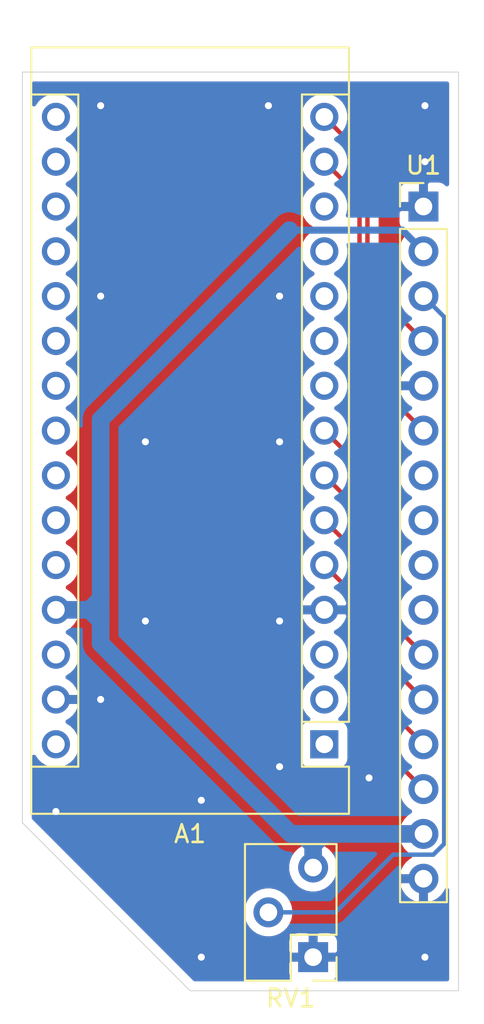
<source format=kicad_pcb>
(kicad_pcb (version 20171130) (host pcbnew "(5.1.6)-1")

  (general
    (thickness 1.6)
    (drawings 5)
    (tracks 66)
    (zones 0)
    (modules 3)
    (nets 35)
  )

  (page A4)
  (layers
    (0 F.Cu signal)
    (31 B.Cu signal)
    (32 B.Adhes user)
    (33 F.Adhes user)
    (34 B.Paste user)
    (35 F.Paste user)
    (36 B.SilkS user)
    (37 F.SilkS user)
    (38 B.Mask user)
    (39 F.Mask user)
    (40 Dwgs.User user)
    (41 Cmts.User user)
    (42 Eco1.User user)
    (43 Eco2.User user)
    (44 Edge.Cuts user)
    (45 Margin user)
    (46 B.CrtYd user)
    (47 F.CrtYd user)
    (48 B.Fab user)
    (49 F.Fab user)
  )

  (setup
    (last_trace_width 0.25)
    (user_trace_width 0.2)
    (user_trace_width 0.4)
    (user_trace_width 1)
    (trace_clearance 0.2)
    (zone_clearance 0.508)
    (zone_45_only no)
    (trace_min 0.2)
    (via_size 0.8)
    (via_drill 0.4)
    (via_min_size 0.4)
    (via_min_drill 0.3)
    (uvia_size 0.3)
    (uvia_drill 0.1)
    (uvias_allowed no)
    (uvia_min_size 0.2)
    (uvia_min_drill 0.1)
    (edge_width 0.05)
    (segment_width 0.2)
    (pcb_text_width 0.3)
    (pcb_text_size 1.5 1.5)
    (mod_edge_width 0.12)
    (mod_text_size 1 1)
    (mod_text_width 0.15)
    (pad_size 1.524 1.524)
    (pad_drill 0.762)
    (pad_to_mask_clearance 0.05)
    (aux_axis_origin 0 0)
    (visible_elements FFFFFF7F)
    (pcbplotparams
      (layerselection 0x010fc_ffffffff)
      (usegerberextensions false)
      (usegerberattributes true)
      (usegerberadvancedattributes true)
      (creategerberjobfile true)
      (excludeedgelayer true)
      (linewidth 0.100000)
      (plotframeref false)
      (viasonmask false)
      (mode 1)
      (useauxorigin false)
      (hpglpennumber 1)
      (hpglpenspeed 20)
      (hpglpendiameter 15.000000)
      (psnegative false)
      (psa4output false)
      (plotreference true)
      (plotvalue true)
      (plotinvisibletext false)
      (padsonsilk false)
      (subtractmaskfromsilk false)
      (outputformat 1)
      (mirror false)
      (drillshape 1)
      (scaleselection 1)
      (outputdirectory ""))
  )

  (net 0 "")
  (net 1 "Net-(A1-Pad16)")
  (net 2 /D12)
  (net 3 "Net-(A1-Pad30)")
  (net 4 /D11)
  (net 5 GND)
  (net 6 "Net-(A1-Pad13)")
  (net 7 "Net-(A1-Pad28)")
  (net 8 "Net-(A1-Pad12)")
  (net 9 VDD)
  (net 10 "Net-(A1-Pad11)")
  (net 11 "Net-(A1-Pad26)")
  (net 12 "Net-(A1-Pad10)")
  (net 13 "Net-(A1-Pad25)")
  (net 14 "Net-(A1-Pad9)")
  (net 15 "Net-(A1-Pad24)")
  (net 16 /D5)
  (net 17 "Net-(A1-Pad23)")
  (net 18 /D4)
  (net 19 "Net-(A1-Pad22)")
  (net 20 /D3)
  (net 21 "Net-(A1-Pad21)")
  (net 22 /D2)
  (net 23 "Net-(A1-Pad20)")
  (net 24 "Net-(A1-Pad19)")
  (net 25 "Net-(A1-Pad3)")
  (net 26 "Net-(A1-Pad18)")
  (net 27 "Net-(A1-Pad2)")
  (net 28 "Net-(A1-Pad17)")
  (net 29 "Net-(A1-Pad1)")
  (net 30 "Net-(U1-Pad10)")
  (net 31 "Net-(U1-Pad9)")
  (net 32 "Net-(U1-Pad8)")
  (net 33 "Net-(U1-Pad7)")
  (net 34 "Net-(RV1-Pad2)")

  (net_class Default "This is the default net class."
    (clearance 0.2)
    (trace_width 0.25)
    (via_dia 0.8)
    (via_drill 0.4)
    (uvia_dia 0.3)
    (uvia_drill 0.1)
    (add_net /D11)
    (add_net /D12)
    (add_net /D2)
    (add_net /D3)
    (add_net /D4)
    (add_net /D5)
    (add_net GND)
    (add_net "Net-(A1-Pad1)")
    (add_net "Net-(A1-Pad10)")
    (add_net "Net-(A1-Pad11)")
    (add_net "Net-(A1-Pad12)")
    (add_net "Net-(A1-Pad13)")
    (add_net "Net-(A1-Pad16)")
    (add_net "Net-(A1-Pad17)")
    (add_net "Net-(A1-Pad18)")
    (add_net "Net-(A1-Pad19)")
    (add_net "Net-(A1-Pad2)")
    (add_net "Net-(A1-Pad20)")
    (add_net "Net-(A1-Pad21)")
    (add_net "Net-(A1-Pad22)")
    (add_net "Net-(A1-Pad23)")
    (add_net "Net-(A1-Pad24)")
    (add_net "Net-(A1-Pad25)")
    (add_net "Net-(A1-Pad26)")
    (add_net "Net-(A1-Pad28)")
    (add_net "Net-(A1-Pad3)")
    (add_net "Net-(A1-Pad30)")
    (add_net "Net-(A1-Pad9)")
    (add_net "Net-(RV1-Pad2)")
    (add_net "Net-(U1-Pad10)")
    (add_net "Net-(U1-Pad7)")
    (add_net "Net-(U1-Pad8)")
    (add_net "Net-(U1-Pad9)")
    (add_net VDD)
  )

  (module Module:Arduino_Nano (layer F.Cu) (tedit 58ACAF70) (tstamp 61D6C9FE)
    (at 166.37 100.33 180)
    (descr "Arduino Nano, http://www.mouser.com/pdfdocs/Gravitech_Arduino_Nano3_0.pdf")
    (tags "Arduino Nano")
    (path /61D6A9EC)
    (fp_text reference A1 (at 7.62 -5.08) (layer F.SilkS)
      (effects (font (size 1 1) (thickness 0.15)))
    )
    (fp_text value Arduino_Nano_v3.x (at 8.89 19.05 90) (layer F.Fab)
      (effects (font (size 1 1) (thickness 0.15)))
    )
    (fp_text user %R (at 6.35 19.05 90) (layer F.Fab)
      (effects (font (size 1 1) (thickness 0.15)))
    )
    (fp_line (start 1.27 1.27) (end 1.27 -1.27) (layer F.SilkS) (width 0.12))
    (fp_line (start 1.27 -1.27) (end -1.4 -1.27) (layer F.SilkS) (width 0.12))
    (fp_line (start -1.4 1.27) (end -1.4 39.5) (layer F.SilkS) (width 0.12))
    (fp_line (start -1.4 -3.94) (end -1.4 -1.27) (layer F.SilkS) (width 0.12))
    (fp_line (start 13.97 -1.27) (end 16.64 -1.27) (layer F.SilkS) (width 0.12))
    (fp_line (start 13.97 -1.27) (end 13.97 36.83) (layer F.SilkS) (width 0.12))
    (fp_line (start 13.97 36.83) (end 16.64 36.83) (layer F.SilkS) (width 0.12))
    (fp_line (start 1.27 1.27) (end -1.4 1.27) (layer F.SilkS) (width 0.12))
    (fp_line (start 1.27 1.27) (end 1.27 36.83) (layer F.SilkS) (width 0.12))
    (fp_line (start 1.27 36.83) (end -1.4 36.83) (layer F.SilkS) (width 0.12))
    (fp_line (start 3.81 31.75) (end 11.43 31.75) (layer F.Fab) (width 0.1))
    (fp_line (start 11.43 31.75) (end 11.43 41.91) (layer F.Fab) (width 0.1))
    (fp_line (start 11.43 41.91) (end 3.81 41.91) (layer F.Fab) (width 0.1))
    (fp_line (start 3.81 41.91) (end 3.81 31.75) (layer F.Fab) (width 0.1))
    (fp_line (start -1.4 39.5) (end 16.64 39.5) (layer F.SilkS) (width 0.12))
    (fp_line (start 16.64 39.5) (end 16.64 -3.94) (layer F.SilkS) (width 0.12))
    (fp_line (start 16.64 -3.94) (end -1.4 -3.94) (layer F.SilkS) (width 0.12))
    (fp_line (start 16.51 39.37) (end -1.27 39.37) (layer F.Fab) (width 0.1))
    (fp_line (start -1.27 39.37) (end -1.27 -2.54) (layer F.Fab) (width 0.1))
    (fp_line (start -1.27 -2.54) (end 0 -3.81) (layer F.Fab) (width 0.1))
    (fp_line (start 0 -3.81) (end 16.51 -3.81) (layer F.Fab) (width 0.1))
    (fp_line (start 16.51 -3.81) (end 16.51 39.37) (layer F.Fab) (width 0.1))
    (fp_line (start -1.53 -4.06) (end 16.75 -4.06) (layer F.CrtYd) (width 0.05))
    (fp_line (start -1.53 -4.06) (end -1.53 42.16) (layer F.CrtYd) (width 0.05))
    (fp_line (start 16.75 42.16) (end 16.75 -4.06) (layer F.CrtYd) (width 0.05))
    (fp_line (start 16.75 42.16) (end -1.53 42.16) (layer F.CrtYd) (width 0.05))
    (pad 16 thru_hole oval (at 15.24 35.56 180) (size 1.6 1.6) (drill 1) (layers *.Cu *.Mask)
      (net 1 "Net-(A1-Pad16)"))
    (pad 15 thru_hole oval (at 0 35.56 180) (size 1.6 1.6) (drill 1) (layers *.Cu *.Mask)
      (net 2 /D12))
    (pad 30 thru_hole oval (at 15.24 0 180) (size 1.6 1.6) (drill 1) (layers *.Cu *.Mask)
      (net 3 "Net-(A1-Pad30)"))
    (pad 14 thru_hole oval (at 0 33.02 180) (size 1.6 1.6) (drill 1) (layers *.Cu *.Mask)
      (net 4 /D11))
    (pad 29 thru_hole oval (at 15.24 2.54 180) (size 1.6 1.6) (drill 1) (layers *.Cu *.Mask)
      (net 5 GND))
    (pad 13 thru_hole oval (at 0 30.48 180) (size 1.6 1.6) (drill 1) (layers *.Cu *.Mask)
      (net 6 "Net-(A1-Pad13)"))
    (pad 28 thru_hole oval (at 15.24 5.08 180) (size 1.6 1.6) (drill 1) (layers *.Cu *.Mask)
      (net 7 "Net-(A1-Pad28)"))
    (pad 12 thru_hole oval (at 0 27.94 180) (size 1.6 1.6) (drill 1) (layers *.Cu *.Mask)
      (net 8 "Net-(A1-Pad12)"))
    (pad 27 thru_hole oval (at 15.24 7.62 180) (size 1.6 1.6) (drill 1) (layers *.Cu *.Mask)
      (net 9 VDD))
    (pad 11 thru_hole oval (at 0 25.4 180) (size 1.6 1.6) (drill 1) (layers *.Cu *.Mask)
      (net 10 "Net-(A1-Pad11)"))
    (pad 26 thru_hole oval (at 15.24 10.16 180) (size 1.6 1.6) (drill 1) (layers *.Cu *.Mask)
      (net 11 "Net-(A1-Pad26)"))
    (pad 10 thru_hole oval (at 0 22.86 180) (size 1.6 1.6) (drill 1) (layers *.Cu *.Mask)
      (net 12 "Net-(A1-Pad10)"))
    (pad 25 thru_hole oval (at 15.24 12.7 180) (size 1.6 1.6) (drill 1) (layers *.Cu *.Mask)
      (net 13 "Net-(A1-Pad25)"))
    (pad 9 thru_hole oval (at 0 20.32 180) (size 1.6 1.6) (drill 1) (layers *.Cu *.Mask)
      (net 14 "Net-(A1-Pad9)"))
    (pad 24 thru_hole oval (at 15.24 15.24 180) (size 1.6 1.6) (drill 1) (layers *.Cu *.Mask)
      (net 15 "Net-(A1-Pad24)"))
    (pad 8 thru_hole oval (at 0 17.78 180) (size 1.6 1.6) (drill 1) (layers *.Cu *.Mask)
      (net 16 /D5))
    (pad 23 thru_hole oval (at 15.24 17.78 180) (size 1.6 1.6) (drill 1) (layers *.Cu *.Mask)
      (net 17 "Net-(A1-Pad23)"))
    (pad 7 thru_hole oval (at 0 15.24 180) (size 1.6 1.6) (drill 1) (layers *.Cu *.Mask)
      (net 18 /D4))
    (pad 22 thru_hole oval (at 15.24 20.32 180) (size 1.6 1.6) (drill 1) (layers *.Cu *.Mask)
      (net 19 "Net-(A1-Pad22)"))
    (pad 6 thru_hole oval (at 0 12.7 180) (size 1.6 1.6) (drill 1) (layers *.Cu *.Mask)
      (net 20 /D3))
    (pad 21 thru_hole oval (at 15.24 22.86 180) (size 1.6 1.6) (drill 1) (layers *.Cu *.Mask)
      (net 21 "Net-(A1-Pad21)"))
    (pad 5 thru_hole oval (at 0 10.16 180) (size 1.6 1.6) (drill 1) (layers *.Cu *.Mask)
      (net 22 /D2))
    (pad 20 thru_hole oval (at 15.24 25.4 180) (size 1.6 1.6) (drill 1) (layers *.Cu *.Mask)
      (net 23 "Net-(A1-Pad20)"))
    (pad 4 thru_hole oval (at 0 7.62 180) (size 1.6 1.6) (drill 1) (layers *.Cu *.Mask)
      (net 5 GND))
    (pad 19 thru_hole oval (at 15.24 27.94 180) (size 1.6 1.6) (drill 1) (layers *.Cu *.Mask)
      (net 24 "Net-(A1-Pad19)"))
    (pad 3 thru_hole oval (at 0 5.08 180) (size 1.6 1.6) (drill 1) (layers *.Cu *.Mask)
      (net 25 "Net-(A1-Pad3)"))
    (pad 18 thru_hole oval (at 15.24 30.48 180) (size 1.6 1.6) (drill 1) (layers *.Cu *.Mask)
      (net 26 "Net-(A1-Pad18)"))
    (pad 2 thru_hole oval (at 0 2.54 180) (size 1.6 1.6) (drill 1) (layers *.Cu *.Mask)
      (net 27 "Net-(A1-Pad2)"))
    (pad 17 thru_hole oval (at 15.24 33.02 180) (size 1.6 1.6) (drill 1) (layers *.Cu *.Mask)
      (net 28 "Net-(A1-Pad17)"))
    (pad 1 thru_hole rect (at 0 0 180) (size 1.6 1.6) (drill 1) (layers *.Cu *.Mask)
      (net 29 "Net-(A1-Pad1)"))
    (model ${KISYS3DMOD}/Module.3dshapes/Arduino_Nano_WithMountingHoles.wrl
      (at (xyz 0 0 0))
      (scale (xyz 1 1 1))
      (rotate (xyz 0 0 0))
    )
  )

  (module brad_footprints:Potentiometer (layer F.Cu) (tedit 61D67298) (tstamp 61D6CE5D)
    (at 165.735 112.395 180)
    (descr "Through hole straight pin header, 2x03, 2.54mm pitch, double rows")
    (tags "Through hole pin header THT 2x03 2.54mm double row")
    (path /61D6E422)
    (fp_text reference RV1 (at 1.27 -2.33) (layer F.SilkS)
      (effects (font (size 1 1) (thickness 0.15)))
    )
    (fp_text value R_POT (at 1.27 7.41) (layer F.Fab)
      (effects (font (size 1 1) (thickness 0.15)))
    )
    (fp_text user %R (at 1.27 2.54 90) (layer F.Fab)
      (effects (font (size 1 1) (thickness 0.15)))
    )
    (fp_line (start 0 -1.27) (end 3.81 -1.27) (layer F.Fab) (width 0.1))
    (fp_line (start 3.81 -1.27) (end 3.81 6.35) (layer F.Fab) (width 0.1))
    (fp_line (start 3.81 6.35) (end -1.27 6.35) (layer F.Fab) (width 0.1))
    (fp_line (start -1.27 6.35) (end -1.27 0) (layer F.Fab) (width 0.1))
    (fp_line (start -1.27 0) (end 0 -1.27) (layer F.Fab) (width 0.1))
    (fp_line (start -1.33 6.41) (end 3.87 6.41) (layer F.SilkS) (width 0.12))
    (fp_line (start -1.33 1.27) (end -1.33 6.41) (layer F.SilkS) (width 0.12))
    (fp_line (start 3.87 -1.33) (end 3.87 6.41) (layer F.SilkS) (width 0.12))
    (fp_line (start -1.33 1.27) (end 1.27 1.27) (layer F.SilkS) (width 0.12))
    (fp_line (start 1.27 1.27) (end 1.27 -1.33) (layer F.SilkS) (width 0.12))
    (fp_line (start 1.27 -1.33) (end 3.87 -1.33) (layer F.SilkS) (width 0.12))
    (fp_line (start -1.33 0) (end -1.33 -1.33) (layer F.SilkS) (width 0.12))
    (fp_line (start -1.33 -1.33) (end 0 -1.33) (layer F.SilkS) (width 0.12))
    (fp_line (start -1.8 -1.8) (end -1.8 6.85) (layer F.CrtYd) (width 0.05))
    (fp_line (start -1.8 6.85) (end 4.35 6.85) (layer F.CrtYd) (width 0.05))
    (fp_line (start 4.35 6.85) (end 4.35 -1.8) (layer F.CrtYd) (width 0.05))
    (fp_line (start 4.35 -1.8) (end -1.8 -1.8) (layer F.CrtYd) (width 0.05))
    (pad 3 thru_hole oval (at 0 5.08 180) (size 1.7 1.7) (drill 1) (layers *.Cu *.Mask)
      (net 9 VDD))
    (pad 2 thru_hole oval (at 2.54 2.54 180) (size 1.7 1.7) (drill 1) (layers *.Cu *.Mask)
      (net 34 "Net-(RV1-Pad2)"))
    (pad 1 thru_hole rect (at 0 0 180) (size 1.7 1.7) (drill 1) (layers *.Cu *.Mask)
      (net 5 GND))
    (model ${KISYS3DMOD}/Connector_PinHeader_2.54mm.3dshapes/PinHeader_2x03_P2.54mm_Vertical.wrl
      (at (xyz 0 0 0))
      (scale (xyz 1 1 1))
      (rotate (xyz 0 0 0))
    )
  )

  (module Connector_PinHeader_2.54mm:PinHeader_1x16_P2.54mm_Vertical (layer F.Cu) (tedit 59FED5CC) (tstamp 61D6CA22)
    (at 172 69.85)
    (descr "Through hole straight pin header, 1x16, 2.54mm pitch, single row")
    (tags "Through hole pin header THT 1x16 2.54mm single row")
    (path /61D67398)
    (fp_text reference U1 (at 0 -2.33) (layer F.SilkS)
      (effects (font (size 1 1) (thickness 0.15)))
    )
    (fp_text value RC1602A (at 0 40.43) (layer F.Fab)
      (effects (font (size 1 1) (thickness 0.15)))
    )
    (fp_text user %R (at 0 19.05 90) (layer F.Fab)
      (effects (font (size 1 1) (thickness 0.15)))
    )
    (fp_line (start -0.635 -1.27) (end 1.27 -1.27) (layer F.Fab) (width 0.1))
    (fp_line (start 1.27 -1.27) (end 1.27 39.37) (layer F.Fab) (width 0.1))
    (fp_line (start 1.27 39.37) (end -1.27 39.37) (layer F.Fab) (width 0.1))
    (fp_line (start -1.27 39.37) (end -1.27 -0.635) (layer F.Fab) (width 0.1))
    (fp_line (start -1.27 -0.635) (end -0.635 -1.27) (layer F.Fab) (width 0.1))
    (fp_line (start -1.33 39.43) (end 1.33 39.43) (layer F.SilkS) (width 0.12))
    (fp_line (start -1.33 1.27) (end -1.33 39.43) (layer F.SilkS) (width 0.12))
    (fp_line (start 1.33 1.27) (end 1.33 39.43) (layer F.SilkS) (width 0.12))
    (fp_line (start -1.33 1.27) (end 1.33 1.27) (layer F.SilkS) (width 0.12))
    (fp_line (start -1.33 0) (end -1.33 -1.33) (layer F.SilkS) (width 0.12))
    (fp_line (start -1.33 -1.33) (end 0 -1.33) (layer F.SilkS) (width 0.12))
    (fp_line (start -1.8 -1.8) (end -1.8 39.9) (layer F.CrtYd) (width 0.05))
    (fp_line (start -1.8 39.9) (end 1.8 39.9) (layer F.CrtYd) (width 0.05))
    (fp_line (start 1.8 39.9) (end 1.8 -1.8) (layer F.CrtYd) (width 0.05))
    (fp_line (start 1.8 -1.8) (end -1.8 -1.8) (layer F.CrtYd) (width 0.05))
    (pad 16 thru_hole oval (at 0 38.1) (size 1.7 1.7) (drill 1) (layers *.Cu *.Mask)
      (net 5 GND))
    (pad 15 thru_hole oval (at 0 35.56) (size 1.7 1.7) (drill 1) (layers *.Cu *.Mask)
      (net 9 VDD))
    (pad 14 thru_hole oval (at 0 33.02) (size 1.7 1.7) (drill 1) (layers *.Cu *.Mask)
      (net 22 /D2))
    (pad 13 thru_hole oval (at 0 30.48) (size 1.7 1.7) (drill 1) (layers *.Cu *.Mask)
      (net 20 /D3))
    (pad 12 thru_hole oval (at 0 27.94) (size 1.7 1.7) (drill 1) (layers *.Cu *.Mask)
      (net 18 /D4))
    (pad 11 thru_hole oval (at 0 25.4) (size 1.7 1.7) (drill 1) (layers *.Cu *.Mask)
      (net 16 /D5))
    (pad 10 thru_hole oval (at 0 22.86) (size 1.7 1.7) (drill 1) (layers *.Cu *.Mask)
      (net 30 "Net-(U1-Pad10)"))
    (pad 9 thru_hole oval (at 0 20.32) (size 1.7 1.7) (drill 1) (layers *.Cu *.Mask)
      (net 31 "Net-(U1-Pad9)"))
    (pad 8 thru_hole oval (at 0 17.78) (size 1.7 1.7) (drill 1) (layers *.Cu *.Mask)
      (net 32 "Net-(U1-Pad8)"))
    (pad 7 thru_hole oval (at 0 15.24) (size 1.7 1.7) (drill 1) (layers *.Cu *.Mask)
      (net 33 "Net-(U1-Pad7)"))
    (pad 6 thru_hole oval (at 0 12.7) (size 1.7 1.7) (drill 1) (layers *.Cu *.Mask)
      (net 4 /D11))
    (pad 5 thru_hole oval (at 0 10.16) (size 1.7 1.7) (drill 1) (layers *.Cu *.Mask)
      (net 5 GND))
    (pad 4 thru_hole oval (at 0 7.62) (size 1.7 1.7) (drill 1) (layers *.Cu *.Mask)
      (net 2 /D12))
    (pad 3 thru_hole oval (at 0 5.08) (size 1.7 1.7) (drill 1) (layers *.Cu *.Mask)
      (net 34 "Net-(RV1-Pad2)"))
    (pad 2 thru_hole oval (at 0 2.54) (size 1.7 1.7) (drill 1) (layers *.Cu *.Mask)
      (net 9 VDD))
    (pad 1 thru_hole rect (at 0 0) (size 1.7 1.7) (drill 1) (layers *.Cu *.Mask)
      (net 5 GND))
    (model ${KISYS3DMOD}/Connector_PinHeader_2.54mm.3dshapes/PinHeader_1x16_P2.54mm_Vertical.wrl
      (at (xyz 0 0 0))
      (scale (xyz 1 1 1))
      (rotate (xyz 0 0 0))
    )
  )

  (gr_line (start 173.99 114.3) (end 173.99 62.23) (layer Edge.Cuts) (width 0.05) (tstamp 61D6D582))
  (gr_line (start 158.75 114.3) (end 173.99 114.3) (layer Edge.Cuts) (width 0.05))
  (gr_line (start 149.225 104.775) (end 158.75 114.3) (layer Edge.Cuts) (width 0.05))
  (gr_line (start 149.225 62.23) (end 149.225 104.775) (layer Edge.Cuts) (width 0.05))
  (gr_line (start 173.99 62.23) (end 149.225 62.23) (layer Edge.Cuts) (width 0.05))

  (segment (start 168.819998 67.219998) (end 166.37 64.77) (width 0.25) (layer F.Cu) (net 2))
  (segment (start 172 77.47) (end 168.819998 74.289998) (width 0.25) (layer F.Cu) (net 2))
  (segment (start 168.819998 74.289998) (end 168.819998 67.219998) (width 0.25) (layer F.Cu) (net 2))
  (segment (start 172 82.55) (end 168.369987 78.919987) (width 0.25) (layer F.Cu) (net 4))
  (segment (start 168.369987 69.309987) (end 166.37 67.31) (width 0.25) (layer F.Cu) (net 4))
  (segment (start 168.369987 78.919987) (end 168.369987 69.309987) (width 0.25) (layer F.Cu) (net 4))
  (via (at 151.13 104.14) (size 0.8) (drill 0.4) (layers F.Cu B.Cu) (net 5))
  (via (at 172.085 112.395) (size 0.8) (drill 0.4) (layers F.Cu B.Cu) (net 5))
  (via (at 159.385 112.395) (size 0.8) (drill 0.4) (layers F.Cu B.Cu) (net 5))
  (via (at 153.67 97.79) (size 0.8) (drill 0.4) (layers F.Cu B.Cu) (net 5))
  (via (at 159.385 103.505) (size 0.8) (drill 0.4) (layers F.Cu B.Cu) (net 5))
  (via (at 156.21 93.345) (size 0.8) (drill 0.4) (layers F.Cu B.Cu) (net 5))
  (via (at 156.21 83.185) (size 0.8) (drill 0.4) (layers F.Cu B.Cu) (net 5))
  (via (at 163.83 74.93) (size 0.8) (drill 0.4) (layers F.Cu B.Cu) (net 5))
  (via (at 163.83 83.185) (size 0.8) (drill 0.4) (layers F.Cu B.Cu) (net 5))
  (via (at 163.83 93.345) (size 0.8) (drill 0.4) (layers F.Cu B.Cu) (net 5))
  (via (at 163.83 101.6) (size 0.8) (drill 0.4) (layers F.Cu B.Cu) (net 5))
  (via (at 168.91 102.235) (size 0.8) (drill 0.4) (layers F.Cu B.Cu) (net 5))
  (via (at 172.085 67.31) (size 0.8) (drill 0.4) (layers F.Cu B.Cu) (net 5))
  (via (at 172.085 64.135) (size 0.8) (drill 0.4) (layers F.Cu B.Cu) (net 5))
  (via (at 153.67 64.135) (size 0.8) (drill 0.4) (layers F.Cu B.Cu) (net 5))
  (via (at 163.195 64.135) (size 0.8) (drill 0.4) (layers F.Cu B.Cu) (net 5))
  (via (at 153.67 74.93) (size 0.8) (drill 0.4) (layers F.Cu B.Cu) (net 5))
  (segment (start 153.67 81.915) (end 164.395001 71.189999) (width 1) (layer B.Cu) (net 9))
  (segment (start 163.194974 104.139974) (end 163.194974 104.139994) (width 1) (layer B.Cu) (net 9))
  (segment (start 153.67 94.615) (end 163.194974 104.139974) (width 1) (layer B.Cu) (net 9))
  (segment (start 163.194974 104.139994) (end 164.46498 105.41) (width 1) (layer B.Cu) (net 9))
  (segment (start 170.799999 71.189999) (end 172 72.39) (width 0.4) (layer B.Cu) (net 9))
  (segment (start 164.395001 71.189999) (end 170.799999 71.189999) (width 0.4) (layer B.Cu) (net 9))
  (segment (start 167.64 105.41) (end 172 105.41) (width 1) (layer B.Cu) (net 9))
  (segment (start 165.735 107.315) (end 165.735 105.41) (width 1) (layer B.Cu) (net 9))
  (segment (start 165.735 106.045) (end 165.1 105.41) (width 1) (layer B.Cu) (net 9))
  (segment (start 164.46498 105.41) (end 165.1 105.41) (width 1) (layer B.Cu) (net 9))
  (segment (start 165.735 107.315) (end 165.735 106.045) (width 1) (layer B.Cu) (net 9))
  (segment (start 165.1 105.41) (end 165.735 105.41) (width 1) (layer B.Cu) (net 9))
  (segment (start 165.735 106.045) (end 166.37 105.41) (width 1) (layer B.Cu) (net 9))
  (segment (start 165.735 105.41) (end 166.37 105.41) (width 1) (layer B.Cu) (net 9))
  (segment (start 166.37 105.41) (end 167.64 105.41) (width 1) (layer B.Cu) (net 9))
  (segment (start 153.035 92.71) (end 153.67 92.075) (width 1) (layer B.Cu) (net 9))
  (segment (start 153.67 92.71) (end 153.67 92.075) (width 1) (layer B.Cu) (net 9))
  (segment (start 153.035 92.71) (end 153.67 92.71) (width 1) (layer B.Cu) (net 9))
  (segment (start 153.67 92.075) (end 153.67 81.915) (width 1) (layer B.Cu) (net 9))
  (segment (start 151.13 92.71) (end 153.035 92.71) (width 1) (layer B.Cu) (net 9))
  (segment (start 153.035 92.71) (end 153.67 93.345) (width 1) (layer B.Cu) (net 9))
  (segment (start 153.67 92.71) (end 153.67 93.345) (width 1) (layer B.Cu) (net 9))
  (segment (start 153.67 93.345) (end 153.67 94.615) (width 1) (layer B.Cu) (net 9))
  (segment (start 170.18 86.36) (end 166.37 82.55) (width 0.25) (layer F.Cu) (net 16))
  (segment (start 172 95.25) (end 170.18 93.43) (width 0.25) (layer F.Cu) (net 16))
  (segment (start 170.18 93.43) (end 170.18 86.36) (width 0.25) (layer F.Cu) (net 16))
  (segment (start 169.545 88.265) (end 166.37 85.09) (width 0.25) (layer F.Cu) (net 18))
  (segment (start 172 97.79) (end 169.545 95.335) (width 0.25) (layer F.Cu) (net 18))
  (segment (start 169.545 95.335) (end 169.545 88.265) (width 0.25) (layer F.Cu) (net 18))
  (segment (start 172 100.33) (end 168.91 97.24) (width 0.25) (layer F.Cu) (net 20))
  (segment (start 168.91 90.17) (end 166.37 87.63) (width 0.25) (layer F.Cu) (net 20))
  (segment (start 168.91 97.24) (end 168.91 90.17) (width 0.25) (layer F.Cu) (net 20))
  (segment (start 168.275 92.075) (end 166.37 90.17) (width 0.25) (layer F.Cu) (net 22))
  (segment (start 172 102.87) (end 168.275 99.145) (width 0.25) (layer F.Cu) (net 22))
  (segment (start 168.275 99.145) (end 168.275 92.075) (width 0.25) (layer F.Cu) (net 22))
  (segment (start 172 74.93) (end 172 74.845) (width 0.4) (layer F.Cu) (net 34))
  (segment (start 166.36998 109.855) (end 167.005 109.855) (width 0.25) (layer B.Cu) (net 34))
  (segment (start 173.175001 76.105001) (end 172 74.93) (width 0.25) (layer B.Cu) (net 34))
  (segment (start 173.175001 105.974001) (end 173.175001 76.105001) (width 0.25) (layer B.Cu) (net 34))
  (segment (start 172.564001 106.585001) (end 173.175001 105.974001) (width 0.25) (layer B.Cu) (net 34))
  (segment (start 170.274999 106.585001) (end 172.564001 106.585001) (width 0.25) (layer B.Cu) (net 34))
  (segment (start 167.005 109.855) (end 170.274999 106.585001) (width 0.25) (layer B.Cu) (net 34))
  (segment (start 166.36998 109.855) (end 163.195 109.855) (width 0.25) (layer B.Cu) (net 34))

  (zone (net 5) (net_name GND) (layer F.Cu) (tstamp 0) (hatch edge 0.508)
    (connect_pads (clearance 0.508))
    (min_thickness 0.254)
    (fill yes (arc_segments 32) (thermal_gap 0.508) (thermal_bridge_width 0.508))
    (polygon
      (pts
        (xy 175.26 116.205) (xy 147.955 116.205) (xy 147.955 60.96) (xy 174.625 60.96)
      )
    )
    (filled_polygon
      (pts
        (xy 173.330001 68.583927) (xy 173.301185 68.548815) (xy 173.204494 68.469463) (xy 173.09418 68.410498) (xy 172.974482 68.374188)
        (xy 172.85 68.361928) (xy 172.28575 68.365) (xy 172.127 68.52375) (xy 172.127 69.723) (xy 172.147 69.723)
        (xy 172.147 69.977) (xy 172.127 69.977) (xy 172.127 69.997) (xy 171.873 69.997) (xy 171.873 69.977)
        (xy 170.67375 69.977) (xy 170.515 70.13575) (xy 170.511928 70.7) (xy 170.524188 70.824482) (xy 170.560498 70.94418)
        (xy 170.619463 71.054494) (xy 170.698815 71.151185) (xy 170.795506 71.230537) (xy 170.90582 71.289502) (xy 170.97838 71.311513)
        (xy 170.846525 71.443368) (xy 170.68401 71.686589) (xy 170.572068 71.956842) (xy 170.515 72.24374) (xy 170.515 72.53626)
        (xy 170.572068 72.823158) (xy 170.68401 73.093411) (xy 170.846525 73.336632) (xy 171.053368 73.543475) (xy 171.22776 73.66)
        (xy 171.053368 73.776525) (xy 170.846525 73.983368) (xy 170.68401 74.226589) (xy 170.572068 74.496842) (xy 170.515 74.78374)
        (xy 170.515 74.910199) (xy 169.579998 73.975197) (xy 169.579998 69) (xy 170.511928 69) (xy 170.515 69.56425)
        (xy 170.67375 69.723) (xy 171.873 69.723) (xy 171.873 68.52375) (xy 171.71425 68.365) (xy 171.15 68.361928)
        (xy 171.025518 68.374188) (xy 170.90582 68.410498) (xy 170.795506 68.469463) (xy 170.698815 68.548815) (xy 170.619463 68.645506)
        (xy 170.560498 68.75582) (xy 170.524188 68.875518) (xy 170.511928 69) (xy 169.579998 69) (xy 169.579998 67.25732)
        (xy 169.583674 67.219997) (xy 169.579998 67.182674) (xy 169.579998 67.182665) (xy 169.569001 67.071012) (xy 169.525544 66.927751)
        (xy 169.454972 66.795722) (xy 169.433862 66.769999) (xy 169.383797 66.708994) (xy 169.383793 66.70899) (xy 169.359999 66.679997)
        (xy 169.331006 66.656203) (xy 167.768688 65.093886) (xy 167.805 64.911335) (xy 167.805 64.628665) (xy 167.749853 64.351426)
        (xy 167.64168 64.090273) (xy 167.484637 63.855241) (xy 167.284759 63.655363) (xy 167.049727 63.49832) (xy 166.788574 63.390147)
        (xy 166.511335 63.335) (xy 166.228665 63.335) (xy 165.951426 63.390147) (xy 165.690273 63.49832) (xy 165.455241 63.655363)
        (xy 165.255363 63.855241) (xy 165.09832 64.090273) (xy 164.990147 64.351426) (xy 164.935 64.628665) (xy 164.935 64.911335)
        (xy 164.990147 65.188574) (xy 165.09832 65.449727) (xy 165.255363 65.684759) (xy 165.455241 65.884637) (xy 165.687759 66.04)
        (xy 165.455241 66.195363) (xy 165.255363 66.395241) (xy 165.09832 66.630273) (xy 164.990147 66.891426) (xy 164.935 67.168665)
        (xy 164.935 67.451335) (xy 164.990147 67.728574) (xy 165.09832 67.989727) (xy 165.255363 68.224759) (xy 165.455241 68.424637)
        (xy 165.687759 68.58) (xy 165.455241 68.735363) (xy 165.255363 68.935241) (xy 165.09832 69.170273) (xy 164.990147 69.431426)
        (xy 164.935 69.708665) (xy 164.935 69.991335) (xy 164.990147 70.268574) (xy 165.09832 70.529727) (xy 165.255363 70.764759)
        (xy 165.455241 70.964637) (xy 165.687759 71.12) (xy 165.455241 71.275363) (xy 165.255363 71.475241) (xy 165.09832 71.710273)
        (xy 164.990147 71.971426) (xy 164.935 72.248665) (xy 164.935 72.531335) (xy 164.990147 72.808574) (xy 165.09832 73.069727)
        (xy 165.255363 73.304759) (xy 165.455241 73.504637) (xy 165.687759 73.66) (xy 165.455241 73.815363) (xy 165.255363 74.015241)
        (xy 165.09832 74.250273) (xy 164.990147 74.511426) (xy 164.935 74.788665) (xy 164.935 75.071335) (xy 164.990147 75.348574)
        (xy 165.09832 75.609727) (xy 165.255363 75.844759) (xy 165.455241 76.044637) (xy 165.687759 76.2) (xy 165.455241 76.355363)
        (xy 165.255363 76.555241) (xy 165.09832 76.790273) (xy 164.990147 77.051426) (xy 164.935 77.328665) (xy 164.935 77.611335)
        (xy 164.990147 77.888574) (xy 165.09832 78.149727) (xy 165.255363 78.384759) (xy 165.455241 78.584637) (xy 165.687759 78.74)
        (xy 165.455241 78.895363) (xy 165.255363 79.095241) (xy 165.09832 79.330273) (xy 164.990147 79.591426) (xy 164.935 79.868665)
        (xy 164.935 80.151335) (xy 164.990147 80.428574) (xy 165.09832 80.689727) (xy 165.255363 80.924759) (xy 165.455241 81.124637)
        (xy 165.687759 81.28) (xy 165.455241 81.435363) (xy 165.255363 81.635241) (xy 165.09832 81.870273) (xy 164.990147 82.131426)
        (xy 164.935 82.408665) (xy 164.935 82.691335) (xy 164.990147 82.968574) (xy 165.09832 83.229727) (xy 165.255363 83.464759)
        (xy 165.455241 83.664637) (xy 165.687759 83.82) (xy 165.455241 83.975363) (xy 165.255363 84.175241) (xy 165.09832 84.410273)
        (xy 164.990147 84.671426) (xy 164.935 84.948665) (xy 164.935 85.231335) (xy 164.990147 85.508574) (xy 165.09832 85.769727)
        (xy 165.255363 86.004759) (xy 165.455241 86.204637) (xy 165.687759 86.36) (xy 165.455241 86.515363) (xy 165.255363 86.715241)
        (xy 165.09832 86.950273) (xy 164.990147 87.211426) (xy 164.935 87.488665) (xy 164.935 87.771335) (xy 164.990147 88.048574)
        (xy 165.09832 88.309727) (xy 165.255363 88.544759) (xy 165.455241 88.744637) (xy 165.687759 88.9) (xy 165.455241 89.055363)
        (xy 165.255363 89.255241) (xy 165.09832 89.490273) (xy 164.990147 89.751426) (xy 164.935 90.028665) (xy 164.935 90.311335)
        (xy 164.990147 90.588574) (xy 165.09832 90.849727) (xy 165.255363 91.084759) (xy 165.455241 91.284637) (xy 165.690273 91.44168)
        (xy 165.700865 91.446067) (xy 165.514869 91.557615) (xy 165.306481 91.746586) (xy 165.138963 91.97258) (xy 165.018754 92.226913)
        (xy 164.978096 92.360961) (xy 165.100085 92.583) (xy 166.243 92.583) (xy 166.243 92.563) (xy 166.497 92.563)
        (xy 166.497 92.583) (xy 166.517 92.583) (xy 166.517 92.837) (xy 166.497 92.837) (xy 166.497 92.857)
        (xy 166.243 92.857) (xy 166.243 92.837) (xy 165.100085 92.837) (xy 164.978096 93.059039) (xy 165.018754 93.193087)
        (xy 165.138963 93.44742) (xy 165.306481 93.673414) (xy 165.514869 93.862385) (xy 165.700865 93.973933) (xy 165.690273 93.97832)
        (xy 165.455241 94.135363) (xy 165.255363 94.335241) (xy 165.09832 94.570273) (xy 164.990147 94.831426) (xy 164.935 95.108665)
        (xy 164.935 95.391335) (xy 164.990147 95.668574) (xy 165.09832 95.929727) (xy 165.255363 96.164759) (xy 165.455241 96.364637)
        (xy 165.687759 96.52) (xy 165.455241 96.675363) (xy 165.255363 96.875241) (xy 165.09832 97.110273) (xy 164.990147 97.371426)
        (xy 164.935 97.648665) (xy 164.935 97.931335) (xy 164.990147 98.208574) (xy 165.09832 98.469727) (xy 165.255363 98.704759)
        (xy 165.453961 98.903357) (xy 165.445518 98.904188) (xy 165.32582 98.940498) (xy 165.215506 98.999463) (xy 165.118815 99.078815)
        (xy 165.039463 99.175506) (xy 164.980498 99.28582) (xy 164.944188 99.405518) (xy 164.931928 99.53) (xy 164.931928 101.13)
        (xy 164.944188 101.254482) (xy 164.980498 101.37418) (xy 165.039463 101.484494) (xy 165.118815 101.581185) (xy 165.215506 101.660537)
        (xy 165.32582 101.719502) (xy 165.445518 101.755812) (xy 165.57 101.768072) (xy 167.17 101.768072) (xy 167.294482 101.755812)
        (xy 167.41418 101.719502) (xy 167.524494 101.660537) (xy 167.621185 101.581185) (xy 167.700537 101.484494) (xy 167.759502 101.37418)
        (xy 167.795812 101.254482) (xy 167.808072 101.13) (xy 167.808072 99.752873) (xy 170.55879 102.503592) (xy 170.515 102.72374)
        (xy 170.515 103.01626) (xy 170.572068 103.303158) (xy 170.68401 103.573411) (xy 170.846525 103.816632) (xy 171.053368 104.023475)
        (xy 171.22776 104.14) (xy 171.053368 104.256525) (xy 170.846525 104.463368) (xy 170.68401 104.706589) (xy 170.572068 104.976842)
        (xy 170.515 105.26374) (xy 170.515 105.55626) (xy 170.572068 105.843158) (xy 170.68401 106.113411) (xy 170.846525 106.356632)
        (xy 171.053368 106.563475) (xy 171.235534 106.685195) (xy 171.118645 106.754822) (xy 170.902412 106.949731) (xy 170.728359 107.18308)
        (xy 170.603175 107.445901) (xy 170.558524 107.59311) (xy 170.679845 107.823) (xy 171.873 107.823) (xy 171.873 107.803)
        (xy 172.127 107.803) (xy 172.127 107.823) (xy 172.147 107.823) (xy 172.147 108.077) (xy 172.127 108.077)
        (xy 172.127 109.270814) (xy 172.356891 109.391481) (xy 172.631252 109.294157) (xy 172.881355 109.145178) (xy 173.097588 108.950269)
        (xy 173.271641 108.71692) (xy 173.33 108.594396) (xy 173.33 113.64) (xy 167.082295 113.64) (xy 167.115537 113.599494)
        (xy 167.174502 113.48918) (xy 167.210812 113.369482) (xy 167.223072 113.245) (xy 167.22 112.68075) (xy 167.06125 112.522)
        (xy 165.862 112.522) (xy 165.862 112.542) (xy 165.608 112.542) (xy 165.608 112.522) (xy 164.40875 112.522)
        (xy 164.25 112.68075) (xy 164.246928 113.245) (xy 164.259188 113.369482) (xy 164.295498 113.48918) (xy 164.354463 113.599494)
        (xy 164.387705 113.64) (xy 159.023381 113.64) (xy 156.928381 111.545) (xy 164.246928 111.545) (xy 164.25 112.10925)
        (xy 164.40875 112.268) (xy 165.608 112.268) (xy 165.608 111.06875) (xy 165.862 111.06875) (xy 165.862 112.268)
        (xy 167.06125 112.268) (xy 167.22 112.10925) (xy 167.223072 111.545) (xy 167.210812 111.420518) (xy 167.174502 111.30082)
        (xy 167.115537 111.190506) (xy 167.036185 111.093815) (xy 166.939494 111.014463) (xy 166.82918 110.955498) (xy 166.709482 110.919188)
        (xy 166.585 110.906928) (xy 166.02075 110.91) (xy 165.862 111.06875) (xy 165.608 111.06875) (xy 165.44925 110.91)
        (xy 164.885 110.906928) (xy 164.760518 110.919188) (xy 164.64082 110.955498) (xy 164.530506 111.014463) (xy 164.433815 111.093815)
        (xy 164.354463 111.190506) (xy 164.295498 111.30082) (xy 164.259188 111.420518) (xy 164.246928 111.545) (xy 156.928381 111.545)
        (xy 155.092121 109.70874) (xy 161.71 109.70874) (xy 161.71 110.00126) (xy 161.767068 110.288158) (xy 161.87901 110.558411)
        (xy 162.041525 110.801632) (xy 162.248368 111.008475) (xy 162.491589 111.17099) (xy 162.761842 111.282932) (xy 163.04874 111.34)
        (xy 163.34126 111.34) (xy 163.628158 111.282932) (xy 163.898411 111.17099) (xy 164.141632 111.008475) (xy 164.348475 110.801632)
        (xy 164.51099 110.558411) (xy 164.622932 110.288158) (xy 164.68 110.00126) (xy 164.68 109.70874) (xy 164.622932 109.421842)
        (xy 164.51099 109.151589) (xy 164.348475 108.908368) (xy 164.141632 108.701525) (xy 163.898411 108.53901) (xy 163.628158 108.427068)
        (xy 163.34126 108.37) (xy 163.04874 108.37) (xy 162.761842 108.427068) (xy 162.491589 108.53901) (xy 162.248368 108.701525)
        (xy 162.041525 108.908368) (xy 161.87901 109.151589) (xy 161.767068 109.421842) (xy 161.71 109.70874) (xy 155.092121 109.70874)
        (xy 152.552121 107.16874) (xy 164.25 107.16874) (xy 164.25 107.46126) (xy 164.307068 107.748158) (xy 164.41901 108.018411)
        (xy 164.581525 108.261632) (xy 164.788368 108.468475) (xy 165.031589 108.63099) (xy 165.301842 108.742932) (xy 165.58874 108.8)
        (xy 165.88126 108.8) (xy 166.168158 108.742932) (xy 166.438411 108.63099) (xy 166.681632 108.468475) (xy 166.843217 108.30689)
        (xy 170.558524 108.30689) (xy 170.603175 108.454099) (xy 170.728359 108.71692) (xy 170.902412 108.950269) (xy 171.118645 109.145178)
        (xy 171.368748 109.294157) (xy 171.643109 109.391481) (xy 171.873 109.270814) (xy 171.873 108.077) (xy 170.679845 108.077)
        (xy 170.558524 108.30689) (xy 166.843217 108.30689) (xy 166.888475 108.261632) (xy 167.05099 108.018411) (xy 167.162932 107.748158)
        (xy 167.22 107.46126) (xy 167.22 107.16874) (xy 167.162932 106.881842) (xy 167.05099 106.611589) (xy 166.888475 106.368368)
        (xy 166.681632 106.161525) (xy 166.438411 105.99901) (xy 166.168158 105.887068) (xy 165.88126 105.83) (xy 165.58874 105.83)
        (xy 165.301842 105.887068) (xy 165.031589 105.99901) (xy 164.788368 106.161525) (xy 164.581525 106.368368) (xy 164.41901 106.611589)
        (xy 164.307068 106.881842) (xy 164.25 107.16874) (xy 152.552121 107.16874) (xy 149.885 104.50162) (xy 149.885 101.049657)
        (xy 150.015363 101.244759) (xy 150.215241 101.444637) (xy 150.450273 101.60168) (xy 150.711426 101.709853) (xy 150.988665 101.765)
        (xy 151.271335 101.765) (xy 151.548574 101.709853) (xy 151.809727 101.60168) (xy 152.044759 101.444637) (xy 152.244637 101.244759)
        (xy 152.40168 101.009727) (xy 152.509853 100.748574) (xy 152.565 100.471335) (xy 152.565 100.188665) (xy 152.509853 99.911426)
        (xy 152.40168 99.650273) (xy 152.244637 99.415241) (xy 152.044759 99.215363) (xy 151.809727 99.05832) (xy 151.799135 99.053933)
        (xy 151.985131 98.942385) (xy 152.193519 98.753414) (xy 152.361037 98.52742) (xy 152.481246 98.273087) (xy 152.521904 98.139039)
        (xy 152.399915 97.917) (xy 151.257 97.917) (xy 151.257 97.937) (xy 151.003 97.937) (xy 151.003 97.917)
        (xy 150.983 97.917) (xy 150.983 97.663) (xy 151.003 97.663) (xy 151.003 97.643) (xy 151.257 97.643)
        (xy 151.257 97.663) (xy 152.399915 97.663) (xy 152.521904 97.440961) (xy 152.481246 97.306913) (xy 152.361037 97.05258)
        (xy 152.193519 96.826586) (xy 151.985131 96.637615) (xy 151.799135 96.526067) (xy 151.809727 96.52168) (xy 152.044759 96.364637)
        (xy 152.244637 96.164759) (xy 152.40168 95.929727) (xy 152.509853 95.668574) (xy 152.565 95.391335) (xy 152.565 95.108665)
        (xy 152.509853 94.831426) (xy 152.40168 94.570273) (xy 152.244637 94.335241) (xy 152.044759 94.135363) (xy 151.812241 93.98)
        (xy 152.044759 93.824637) (xy 152.244637 93.624759) (xy 152.40168 93.389727) (xy 152.509853 93.128574) (xy 152.565 92.851335)
        (xy 152.565 92.568665) (xy 152.509853 92.291426) (xy 152.40168 92.030273) (xy 152.244637 91.795241) (xy 152.044759 91.595363)
        (xy 151.812241 91.44) (xy 152.044759 91.284637) (xy 152.244637 91.084759) (xy 152.40168 90.849727) (xy 152.509853 90.588574)
        (xy 152.565 90.311335) (xy 152.565 90.028665) (xy 152.509853 89.751426) (xy 152.40168 89.490273) (xy 152.244637 89.255241)
        (xy 152.044759 89.055363) (xy 151.812241 88.9) (xy 152.044759 88.744637) (xy 152.244637 88.544759) (xy 152.40168 88.309727)
        (xy 152.509853 88.048574) (xy 152.565 87.771335) (xy 152.565 87.488665) (xy 152.509853 87.211426) (xy 152.40168 86.950273)
        (xy 152.244637 86.715241) (xy 152.044759 86.515363) (xy 151.812241 86.36) (xy 152.044759 86.204637) (xy 152.244637 86.004759)
        (xy 152.40168 85.769727) (xy 152.509853 85.508574) (xy 152.565 85.231335) (xy 152.565 84.948665) (xy 152.509853 84.671426)
        (xy 152.40168 84.410273) (xy 152.244637 84.175241) (xy 152.044759 83.975363) (xy 151.812241 83.82) (xy 152.044759 83.664637)
        (xy 152.244637 83.464759) (xy 152.40168 83.229727) (xy 152.509853 82.968574) (xy 152.565 82.691335) (xy 152.565 82.408665)
        (xy 152.509853 82.131426) (xy 152.40168 81.870273) (xy 152.244637 81.635241) (xy 152.044759 81.435363) (xy 151.812241 81.28)
        (xy 152.044759 81.124637) (xy 152.244637 80.924759) (xy 152.40168 80.689727) (xy 152.509853 80.428574) (xy 152.565 80.151335)
        (xy 152.565 79.868665) (xy 152.509853 79.591426) (xy 152.40168 79.330273) (xy 152.244637 79.095241) (xy 152.044759 78.895363)
        (xy 151.812241 78.74) (xy 152.044759 78.584637) (xy 152.244637 78.384759) (xy 152.40168 78.149727) (xy 152.509853 77.888574)
        (xy 152.565 77.611335) (xy 152.565 77.328665) (xy 152.509853 77.051426) (xy 152.40168 76.790273) (xy 152.244637 76.555241)
        (xy 152.044759 76.355363) (xy 151.812241 76.2) (xy 152.044759 76.044637) (xy 152.244637 75.844759) (xy 152.40168 75.609727)
        (xy 152.509853 75.348574) (xy 152.565 75.071335) (xy 152.565 74.788665) (xy 152.509853 74.511426) (xy 152.40168 74.250273)
        (xy 152.244637 74.015241) (xy 152.044759 73.815363) (xy 151.812241 73.66) (xy 152.044759 73.504637) (xy 152.244637 73.304759)
        (xy 152.40168 73.069727) (xy 152.509853 72.808574) (xy 152.565 72.531335) (xy 152.565 72.248665) (xy 152.509853 71.971426)
        (xy 152.40168 71.710273) (xy 152.244637 71.475241) (xy 152.044759 71.275363) (xy 151.812241 71.12) (xy 152.044759 70.964637)
        (xy 152.244637 70.764759) (xy 152.40168 70.529727) (xy 152.509853 70.268574) (xy 152.565 69.991335) (xy 152.565 69.708665)
        (xy 152.509853 69.431426) (xy 152.40168 69.170273) (xy 152.244637 68.935241) (xy 152.044759 68.735363) (xy 151.812241 68.58)
        (xy 152.044759 68.424637) (xy 152.244637 68.224759) (xy 152.40168 67.989727) (xy 152.509853 67.728574) (xy 152.565 67.451335)
        (xy 152.565 67.168665) (xy 152.509853 66.891426) (xy 152.40168 66.630273) (xy 152.244637 66.395241) (xy 152.044759 66.195363)
        (xy 151.812241 66.04) (xy 152.044759 65.884637) (xy 152.244637 65.684759) (xy 152.40168 65.449727) (xy 152.509853 65.188574)
        (xy 152.565 64.911335) (xy 152.565 64.628665) (xy 152.509853 64.351426) (xy 152.40168 64.090273) (xy 152.244637 63.855241)
        (xy 152.044759 63.655363) (xy 151.809727 63.49832) (xy 151.548574 63.390147) (xy 151.271335 63.335) (xy 150.988665 63.335)
        (xy 150.711426 63.390147) (xy 150.450273 63.49832) (xy 150.215241 63.655363) (xy 150.015363 63.855241) (xy 149.885 64.050343)
        (xy 149.885 62.89) (xy 173.330001 62.89)
      )
    )
    (filled_polygon
      (pts
        (xy 172.127 79.883) (xy 172.147 79.883) (xy 172.147 80.137) (xy 172.127 80.137) (xy 172.127 80.157)
        (xy 171.873 80.157) (xy 171.873 80.137) (xy 171.853 80.137) (xy 171.853 79.883) (xy 171.873 79.883)
        (xy 171.873 79.863) (xy 172.127 79.863)
      )
    )
  )
  (zone (net 5) (net_name GND) (layer B.Cu) (tstamp 0) (hatch edge 0.508)
    (connect_pads (clearance 0.508))
    (min_thickness 0.254)
    (fill yes (arc_segments 32) (thermal_gap 0.508) (thermal_bridge_width 0.508))
    (polygon
      (pts
        (xy 173.99 114.3) (xy 147.955 114.935) (xy 147.955 60.96) (xy 174.625 60.96)
      )
    )
    (filled_polygon
      (pts
        (xy 152.535 94.559249) (xy 152.529509 94.615) (xy 152.535 94.670751) (xy 152.535 94.670752) (xy 152.551423 94.837499)
        (xy 152.616324 95.051447) (xy 152.721717 95.248623) (xy 152.863552 95.421449) (xy 152.90686 95.456991) (xy 162.352891 104.903023)
        (xy 162.388525 104.946443) (xy 162.431838 104.981989) (xy 163.622993 106.173146) (xy 163.658531 106.216449) (xy 163.701834 106.251987)
        (xy 163.701836 106.251989) (xy 163.831357 106.358284) (xy 164.028533 106.463676) (xy 164.242481 106.528577) (xy 164.460152 106.550015)
        (xy 164.41901 106.611589) (xy 164.307068 106.881842) (xy 164.25 107.16874) (xy 164.25 107.46126) (xy 164.307068 107.748158)
        (xy 164.41901 108.018411) (xy 164.581525 108.261632) (xy 164.788368 108.468475) (xy 165.031589 108.63099) (xy 165.301842 108.742932)
        (xy 165.58874 108.8) (xy 165.88126 108.8) (xy 166.168158 108.742932) (xy 166.438411 108.63099) (xy 166.681632 108.468475)
        (xy 166.888475 108.261632) (xy 167.05099 108.018411) (xy 167.162932 107.748158) (xy 167.22 107.46126) (xy 167.22 107.16874)
        (xy 167.162932 106.881842) (xy 167.05099 106.611589) (xy 167.006497 106.545) (xy 169.240198 106.545) (xy 166.690199 109.095)
        (xy 164.473178 109.095) (xy 164.348475 108.908368) (xy 164.141632 108.701525) (xy 163.898411 108.53901) (xy 163.628158 108.427068)
        (xy 163.34126 108.37) (xy 163.04874 108.37) (xy 162.761842 108.427068) (xy 162.491589 108.53901) (xy 162.248368 108.701525)
        (xy 162.041525 108.908368) (xy 161.87901 109.151589) (xy 161.767068 109.421842) (xy 161.71 109.70874) (xy 161.71 110.00126)
        (xy 161.767068 110.288158) (xy 161.87901 110.558411) (xy 162.041525 110.801632) (xy 162.248368 111.008475) (xy 162.491589 111.17099)
        (xy 162.761842 111.282932) (xy 163.04874 111.34) (xy 163.34126 111.34) (xy 163.628158 111.282932) (xy 163.898411 111.17099)
        (xy 164.141632 111.008475) (xy 164.348475 110.801632) (xy 164.473178 110.615) (xy 166.967678 110.615) (xy 167.005 110.618676)
        (xy 167.042322 110.615) (xy 167.042333 110.615) (xy 167.153986 110.604003) (xy 167.297247 110.560546) (xy 167.429276 110.489974)
        (xy 167.545001 110.395001) (xy 167.568804 110.365997) (xy 169.627911 108.30689) (xy 170.558524 108.30689) (xy 170.603175 108.454099)
        (xy 170.728359 108.71692) (xy 170.902412 108.950269) (xy 171.118645 109.145178) (xy 171.368748 109.294157) (xy 171.643109 109.391481)
        (xy 171.873 109.270814) (xy 171.873 108.077) (xy 170.679845 108.077) (xy 170.558524 108.30689) (xy 169.627911 108.30689)
        (xy 170.589801 107.345001) (xy 170.651235 107.345001) (xy 170.603175 107.445901) (xy 170.558524 107.59311) (xy 170.679845 107.823)
        (xy 171.873 107.823) (xy 171.873 107.803) (xy 172.127 107.803) (xy 172.127 107.823) (xy 172.147 107.823)
        (xy 172.147 108.077) (xy 172.127 108.077) (xy 172.127 109.270814) (xy 172.356891 109.391481) (xy 172.631252 109.294157)
        (xy 172.881355 109.145178) (xy 173.097588 108.950269) (xy 173.271641 108.71692) (xy 173.33 108.594396) (xy 173.33 113.64)
        (xy 167.082295 113.64) (xy 167.115537 113.599494) (xy 167.174502 113.48918) (xy 167.210812 113.369482) (xy 167.223072 113.245)
        (xy 167.22 112.68075) (xy 167.06125 112.522) (xy 165.862 112.522) (xy 165.862 112.542) (xy 165.608 112.542)
        (xy 165.608 112.522) (xy 164.40875 112.522) (xy 164.25 112.68075) (xy 164.246928 113.245) (xy 164.259188 113.369482)
        (xy 164.295498 113.48918) (xy 164.354463 113.599494) (xy 164.387705 113.64) (xy 159.023381 113.64) (xy 156.928381 111.545)
        (xy 164.246928 111.545) (xy 164.25 112.10925) (xy 164.40875 112.268) (xy 165.608 112.268) (xy 165.608 111.06875)
        (xy 165.862 111.06875) (xy 165.862 112.268) (xy 167.06125 112.268) (xy 167.22 112.10925) (xy 167.223072 111.545)
        (xy 167.210812 111.420518) (xy 167.174502 111.30082) (xy 167.115537 111.190506) (xy 167.036185 111.093815) (xy 166.939494 111.014463)
        (xy 166.82918 110.955498) (xy 166.709482 110.919188) (xy 166.585 110.906928) (xy 166.02075 110.91) (xy 165.862 111.06875)
        (xy 165.608 111.06875) (xy 165.44925 110.91) (xy 164.885 110.906928) (xy 164.760518 110.919188) (xy 164.64082 110.955498)
        (xy 164.530506 111.014463) (xy 164.433815 111.093815) (xy 164.354463 111.190506) (xy 164.295498 111.30082) (xy 164.259188 111.420518)
        (xy 164.246928 111.545) (xy 156.928381 111.545) (xy 149.885 104.50162) (xy 149.885 101.049657) (xy 150.015363 101.244759)
        (xy 150.215241 101.444637) (xy 150.450273 101.60168) (xy 150.711426 101.709853) (xy 150.988665 101.765) (xy 151.271335 101.765)
        (xy 151.548574 101.709853) (xy 151.809727 101.60168) (xy 152.044759 101.444637) (xy 152.244637 101.244759) (xy 152.40168 101.009727)
        (xy 152.509853 100.748574) (xy 152.565 100.471335) (xy 152.565 100.188665) (xy 152.509853 99.911426) (xy 152.40168 99.650273)
        (xy 152.244637 99.415241) (xy 152.044759 99.215363) (xy 151.809727 99.05832) (xy 151.799135 99.053933) (xy 151.985131 98.942385)
        (xy 152.193519 98.753414) (xy 152.361037 98.52742) (xy 152.481246 98.273087) (xy 152.521904 98.139039) (xy 152.399915 97.917)
        (xy 151.257 97.917) (xy 151.257 97.937) (xy 151.003 97.937) (xy 151.003 97.917) (xy 150.983 97.917)
        (xy 150.983 97.663) (xy 151.003 97.663) (xy 151.003 97.643) (xy 151.257 97.643) (xy 151.257 97.663)
        (xy 152.399915 97.663) (xy 152.521904 97.440961) (xy 152.481246 97.306913) (xy 152.361037 97.05258) (xy 152.193519 96.826586)
        (xy 151.985131 96.637615) (xy 151.799135 96.526067) (xy 151.809727 96.52168) (xy 152.044759 96.364637) (xy 152.244637 96.164759)
        (xy 152.40168 95.929727) (xy 152.509853 95.668574) (xy 152.565 95.391335) (xy 152.565 95.108665) (xy 152.509853 94.831426)
        (xy 152.40168 94.570273) (xy 152.244637 94.335241) (xy 152.044759 94.135363) (xy 151.812241 93.98) (xy 152.014284 93.845)
        (xy 152.535 93.845)
      )
    )
    (filled_polygon
      (pts
        (xy 170.541193 72.11206) (xy 170.515 72.24374) (xy 170.515 72.53626) (xy 170.572068 72.823158) (xy 170.68401 73.093411)
        (xy 170.846525 73.336632) (xy 171.053368 73.543475) (xy 171.22776 73.66) (xy 171.053368 73.776525) (xy 170.846525 73.983368)
        (xy 170.68401 74.226589) (xy 170.572068 74.496842) (xy 170.515 74.78374) (xy 170.515 75.07626) (xy 170.572068 75.363158)
        (xy 170.68401 75.633411) (xy 170.846525 75.876632) (xy 171.053368 76.083475) (xy 171.22776 76.2) (xy 171.053368 76.316525)
        (xy 170.846525 76.523368) (xy 170.68401 76.766589) (xy 170.572068 77.036842) (xy 170.515 77.32374) (xy 170.515 77.61626)
        (xy 170.572068 77.903158) (xy 170.68401 78.173411) (xy 170.846525 78.416632) (xy 171.053368 78.623475) (xy 171.235534 78.745195)
        (xy 171.118645 78.814822) (xy 170.902412 79.009731) (xy 170.728359 79.24308) (xy 170.603175 79.505901) (xy 170.558524 79.65311)
        (xy 170.679845 79.883) (xy 171.873 79.883) (xy 171.873 79.863) (xy 172.127 79.863) (xy 172.127 79.883)
        (xy 172.147 79.883) (xy 172.147 80.137) (xy 172.127 80.137) (xy 172.127 80.157) (xy 171.873 80.157)
        (xy 171.873 80.137) (xy 170.679845 80.137) (xy 170.558524 80.36689) (xy 170.603175 80.514099) (xy 170.728359 80.77692)
        (xy 170.902412 81.010269) (xy 171.118645 81.205178) (xy 171.235534 81.274805) (xy 171.053368 81.396525) (xy 170.846525 81.603368)
        (xy 170.68401 81.846589) (xy 170.572068 82.116842) (xy 170.515 82.40374) (xy 170.515 82.69626) (xy 170.572068 82.983158)
        (xy 170.68401 83.253411) (xy 170.846525 83.496632) (xy 171.053368 83.703475) (xy 171.22776 83.82) (xy 171.053368 83.936525)
        (xy 170.846525 84.143368) (xy 170.68401 84.386589) (xy 170.572068 84.656842) (xy 170.515 84.94374) (xy 170.515 85.23626)
        (xy 170.572068 85.523158) (xy 170.68401 85.793411) (xy 170.846525 86.036632) (xy 171.053368 86.243475) (xy 171.22776 86.36)
        (xy 171.053368 86.476525) (xy 170.846525 86.683368) (xy 170.68401 86.926589) (xy 170.572068 87.196842) (xy 170.515 87.48374)
        (xy 170.515 87.77626) (xy 170.572068 88.063158) (xy 170.68401 88.333411) (xy 170.846525 88.576632) (xy 171.053368 88.783475)
        (xy 171.22776 88.9) (xy 171.053368 89.016525) (xy 170.846525 89.223368) (xy 170.68401 89.466589) (xy 170.572068 89.736842)
        (xy 170.515 90.02374) (xy 170.515 90.31626) (xy 170.572068 90.603158) (xy 170.68401 90.873411) (xy 170.846525 91.116632)
        (xy 171.053368 91.323475) (xy 171.22776 91.44) (xy 171.053368 91.556525) (xy 170.846525 91.763368) (xy 170.68401 92.006589)
        (xy 170.572068 92.276842) (xy 170.515 92.56374) (xy 170.515 92.85626) (xy 170.572068 93.143158) (xy 170.68401 93.413411)
        (xy 170.846525 93.656632) (xy 171.053368 93.863475) (xy 171.22776 93.98) (xy 171.053368 94.096525) (xy 170.846525 94.303368)
        (xy 170.68401 94.546589) (xy 170.572068 94.816842) (xy 170.515 95.10374) (xy 170.515 95.39626) (xy 170.572068 95.683158)
        (xy 170.68401 95.953411) (xy 170.846525 96.196632) (xy 171.053368 96.403475) (xy 171.22776 96.52) (xy 171.053368 96.636525)
        (xy 170.846525 96.843368) (xy 170.68401 97.086589) (xy 170.572068 97.356842) (xy 170.515 97.64374) (xy 170.515 97.93626)
        (xy 170.572068 98.223158) (xy 170.68401 98.493411) (xy 170.846525 98.736632) (xy 171.053368 98.943475) (xy 171.22776 99.06)
        (xy 171.053368 99.176525) (xy 170.846525 99.383368) (xy 170.68401 99.626589) (xy 170.572068 99.896842) (xy 170.515 100.18374)
        (xy 170.515 100.47626) (xy 170.572068 100.763158) (xy 170.68401 101.033411) (xy 170.846525 101.276632) (xy 171.053368 101.483475)
        (xy 171.22776 101.6) (xy 171.053368 101.716525) (xy 170.846525 101.923368) (xy 170.68401 102.166589) (xy 170.572068 102.436842)
        (xy 170.515 102.72374) (xy 170.515 103.01626) (xy 170.572068 103.303158) (xy 170.68401 103.573411) (xy 170.846525 103.816632)
        (xy 171.053368 104.023475) (xy 171.22776 104.14) (xy 171.053368 104.256525) (xy 171.034893 104.275) (xy 166.425752 104.275)
        (xy 166.37 104.269509) (xy 166.314248 104.275) (xy 165.790752 104.275) (xy 165.735 104.269509) (xy 165.679249 104.275)
        (xy 165.155751 104.275) (xy 165.1 104.269509) (xy 165.044249 104.275) (xy 164.935112 104.275) (xy 164.037061 103.37695)
        (xy 164.001423 103.333525) (xy 163.958115 103.297983) (xy 160.190132 99.53) (xy 164.931928 99.53) (xy 164.931928 101.13)
        (xy 164.944188 101.254482) (xy 164.980498 101.37418) (xy 165.039463 101.484494) (xy 165.118815 101.581185) (xy 165.215506 101.660537)
        (xy 165.32582 101.719502) (xy 165.445518 101.755812) (xy 165.57 101.768072) (xy 167.17 101.768072) (xy 167.294482 101.755812)
        (xy 167.41418 101.719502) (xy 167.524494 101.660537) (xy 167.621185 101.581185) (xy 167.700537 101.484494) (xy 167.759502 101.37418)
        (xy 167.795812 101.254482) (xy 167.808072 101.13) (xy 167.808072 99.53) (xy 167.795812 99.405518) (xy 167.759502 99.28582)
        (xy 167.700537 99.175506) (xy 167.621185 99.078815) (xy 167.524494 98.999463) (xy 167.41418 98.940498) (xy 167.294482 98.904188)
        (xy 167.286039 98.903357) (xy 167.484637 98.704759) (xy 167.64168 98.469727) (xy 167.749853 98.208574) (xy 167.805 97.931335)
        (xy 167.805 97.648665) (xy 167.749853 97.371426) (xy 167.64168 97.110273) (xy 167.484637 96.875241) (xy 167.284759 96.675363)
        (xy 167.052241 96.52) (xy 167.284759 96.364637) (xy 167.484637 96.164759) (xy 167.64168 95.929727) (xy 167.749853 95.668574)
        (xy 167.805 95.391335) (xy 167.805 95.108665) (xy 167.749853 94.831426) (xy 167.64168 94.570273) (xy 167.484637 94.335241)
        (xy 167.284759 94.135363) (xy 167.049727 93.97832) (xy 167.039135 93.973933) (xy 167.225131 93.862385) (xy 167.433519 93.673414)
        (xy 167.601037 93.44742) (xy 167.721246 93.193087) (xy 167.761904 93.059039) (xy 167.639915 92.837) (xy 166.497 92.837)
        (xy 166.497 92.857) (xy 166.243 92.857) (xy 166.243 92.837) (xy 165.100085 92.837) (xy 164.978096 93.059039)
        (xy 165.018754 93.193087) (xy 165.138963 93.44742) (xy 165.306481 93.673414) (xy 165.514869 93.862385) (xy 165.700865 93.973933)
        (xy 165.690273 93.97832) (xy 165.455241 94.135363) (xy 165.255363 94.335241) (xy 165.09832 94.570273) (xy 164.990147 94.831426)
        (xy 164.935 95.108665) (xy 164.935 95.391335) (xy 164.990147 95.668574) (xy 165.09832 95.929727) (xy 165.255363 96.164759)
        (xy 165.455241 96.364637) (xy 165.687759 96.52) (xy 165.455241 96.675363) (xy 165.255363 96.875241) (xy 165.09832 97.110273)
        (xy 164.990147 97.371426) (xy 164.935 97.648665) (xy 164.935 97.931335) (xy 164.990147 98.208574) (xy 165.09832 98.469727)
        (xy 165.255363 98.704759) (xy 165.453961 98.903357) (xy 165.445518 98.904188) (xy 165.32582 98.940498) (xy 165.215506 98.999463)
        (xy 165.118815 99.078815) (xy 165.039463 99.175506) (xy 164.980498 99.28582) (xy 164.944188 99.405518) (xy 164.931928 99.53)
        (xy 160.190132 99.53) (xy 154.805 94.144869) (xy 154.805 93.400751) (xy 154.810491 93.345) (xy 154.805 93.289248)
        (xy 154.805 92.765751) (xy 154.810491 92.71) (xy 154.805 92.654248) (xy 154.805 92.130751) (xy 154.810491 92.075)
        (xy 154.805 92.019248) (xy 154.805 82.385131) (xy 164.935 72.255132) (xy 164.935 72.531335) (xy 164.990147 72.808574)
        (xy 165.09832 73.069727) (xy 165.255363 73.304759) (xy 165.455241 73.504637) (xy 165.687759 73.66) (xy 165.455241 73.815363)
        (xy 165.255363 74.015241) (xy 165.09832 74.250273) (xy 164.990147 74.511426) (xy 164.935 74.788665) (xy 164.935 75.071335)
        (xy 164.990147 75.348574) (xy 165.09832 75.609727) (xy 165.255363 75.844759) (xy 165.455241 76.044637) (xy 165.687759 76.2)
        (xy 165.455241 76.355363) (xy 165.255363 76.555241) (xy 165.09832 76.790273) (xy 164.990147 77.051426) (xy 164.935 77.328665)
        (xy 164.935 77.611335) (xy 164.990147 77.888574) (xy 165.09832 78.149727) (xy 165.255363 78.384759) (xy 165.455241 78.584637)
        (xy 165.687759 78.74) (xy 165.455241 78.895363) (xy 165.255363 79.095241) (xy 165.09832 79.330273) (xy 164.990147 79.591426)
        (xy 164.935 79.868665) (xy 164.935 80.151335) (xy 164.990147 80.428574) (xy 165.09832 80.689727) (xy 165.255363 80.924759)
        (xy 165.455241 81.124637) (xy 165.687759 81.28) (xy 165.455241 81.435363) (xy 165.255363 81.635241) (xy 165.09832 81.870273)
        (xy 164.990147 82.131426) (xy 164.935 82.408665) (xy 164.935 82.691335) (xy 164.990147 82.968574) (xy 165.09832 83.229727)
        (xy 165.255363 83.464759) (xy 165.455241 83.664637) (xy 165.687759 83.82) (xy 165.455241 83.975363) (xy 165.255363 84.175241)
        (xy 165.09832 84.410273) (xy 164.990147 84.671426) (xy 164.935 84.948665) (xy 164.935 85.231335) (xy 164.990147 85.508574)
        (xy 165.09832 85.769727) (xy 165.255363 86.004759) (xy 165.455241 86.204637) (xy 165.687759 86.36) (xy 165.455241 86.515363)
        (xy 165.255363 86.715241) (xy 165.09832 86.950273) (xy 164.990147 87.211426) (xy 164.935 87.488665) (xy 164.935 87.771335)
        (xy 164.990147 88.048574) (xy 165.09832 88.309727) (xy 165.255363 88.544759) (xy 165.455241 88.744637) (xy 165.687759 88.9)
        (xy 165.455241 89.055363) (xy 165.255363 89.255241) (xy 165.09832 89.490273) (xy 164.990147 89.751426) (xy 164.935 90.028665)
        (xy 164.935 90.311335) (xy 164.990147 90.588574) (xy 165.09832 90.849727) (xy 165.255363 91.084759) (xy 165.455241 91.284637)
        (xy 165.690273 91.44168) (xy 165.700865 91.446067) (xy 165.514869 91.557615) (xy 165.306481 91.746586) (xy 165.138963 91.97258)
        (xy 165.018754 92.226913) (xy 164.978096 92.360961) (xy 165.100085 92.583) (xy 166.243 92.583) (xy 166.243 92.563)
        (xy 166.497 92.563) (xy 166.497 92.583) (xy 167.639915 92.583) (xy 167.761904 92.360961) (xy 167.721246 92.226913)
        (xy 167.601037 91.97258) (xy 167.433519 91.746586) (xy 167.225131 91.557615) (xy 167.039135 91.446067) (xy 167.049727 91.44168)
        (xy 167.284759 91.284637) (xy 167.484637 91.084759) (xy 167.64168 90.849727) (xy 167.749853 90.588574) (xy 167.805 90.311335)
        (xy 167.805 90.028665) (xy 167.749853 89.751426) (xy 167.64168 89.490273) (xy 167.484637 89.255241) (xy 167.284759 89.055363)
        (xy 167.052241 88.9) (xy 167.284759 88.744637) (xy 167.484637 88.544759) (xy 167.64168 88.309727) (xy 167.749853 88.048574)
        (xy 167.805 87.771335) (xy 167.805 87.488665) (xy 167.749853 87.211426) (xy 167.64168 86.950273) (xy 167.484637 86.715241)
        (xy 167.284759 86.515363) (xy 167.052241 86.36) (xy 167.284759 86.204637) (xy 167.484637 86.004759) (xy 167.64168 85.769727)
        (xy 167.749853 85.508574) (xy 167.805 85.231335) (xy 167.805 84.948665) (xy 167.749853 84.671426) (xy 167.64168 84.410273)
        (xy 167.484637 84.175241) (xy 167.284759 83.975363) (xy 167.052241 83.82) (xy 167.284759 83.664637) (xy 167.484637 83.464759)
        (xy 167.64168 83.229727) (xy 167.749853 82.968574) (xy 167.805 82.691335) (xy 167.805 82.408665) (xy 167.749853 82.131426)
        (xy 167.64168 81.870273) (xy 167.484637 81.635241) (xy 167.284759 81.435363) (xy 167.052241 81.28) (xy 167.284759 81.124637)
        (xy 167.484637 80.924759) (xy 167.64168 80.689727) (xy 167.749853 80.428574) (xy 167.805 80.151335) (xy 167.805 79.868665)
        (xy 167.749853 79.591426) (xy 167.64168 79.330273) (xy 167.484637 79.095241) (xy 167.284759 78.895363) (xy 167.052241 78.74)
        (xy 167.284759 78.584637) (xy 167.484637 78.384759) (xy 167.64168 78.149727) (xy 167.749853 77.888574) (xy 167.805 77.611335)
        (xy 167.805 77.328665) (xy 167.749853 77.051426) (xy 167.64168 76.790273) (xy 167.484637 76.555241) (xy 167.284759 76.355363)
        (xy 167.052241 76.2) (xy 167.284759 76.044637) (xy 167.484637 75.844759) (xy 167.64168 75.609727) (xy 167.749853 75.348574)
        (xy 167.805 75.071335) (xy 167.805 74.788665) (xy 167.749853 74.511426) (xy 167.64168 74.250273) (xy 167.484637 74.015241)
        (xy 167.284759 73.815363) (xy 167.052241 73.66) (xy 167.284759 73.504637) (xy 167.484637 73.304759) (xy 167.64168 73.069727)
        (xy 167.749853 72.808574) (xy 167.805 72.531335) (xy 167.805 72.248665) (xy 167.760509 72.024999) (xy 170.454132 72.024999)
      )
    )
    (filled_polygon
      (pts
        (xy 173.330001 68.583927) (xy 173.301185 68.548815) (xy 173.204494 68.469463) (xy 173.09418 68.410498) (xy 172.974482 68.374188)
        (xy 172.85 68.361928) (xy 172.28575 68.365) (xy 172.127 68.52375) (xy 172.127 69.723) (xy 172.147 69.723)
        (xy 172.147 69.977) (xy 172.127 69.977) (xy 172.127 69.997) (xy 171.873 69.997) (xy 171.873 69.977)
        (xy 170.67375 69.977) (xy 170.515 70.13575) (xy 170.513806 70.354999) (xy 167.714055 70.354999) (xy 167.749853 70.268574)
        (xy 167.805 69.991335) (xy 167.805 69.708665) (xy 167.749853 69.431426) (xy 167.64168 69.170273) (xy 167.527908 69)
        (xy 170.511928 69) (xy 170.515 69.56425) (xy 170.67375 69.723) (xy 171.873 69.723) (xy 171.873 68.52375)
        (xy 171.71425 68.365) (xy 171.15 68.361928) (xy 171.025518 68.374188) (xy 170.90582 68.410498) (xy 170.795506 68.469463)
        (xy 170.698815 68.548815) (xy 170.619463 68.645506) (xy 170.560498 68.75582) (xy 170.524188 68.875518) (xy 170.511928 69)
        (xy 167.527908 69) (xy 167.484637 68.935241) (xy 167.284759 68.735363) (xy 167.052241 68.58) (xy 167.284759 68.424637)
        (xy 167.484637 68.224759) (xy 167.64168 67.989727) (xy 167.749853 67.728574) (xy 167.805 67.451335) (xy 167.805 67.168665)
        (xy 167.749853 66.891426) (xy 167.64168 66.630273) (xy 167.484637 66.395241) (xy 167.284759 66.195363) (xy 167.052241 66.04)
        (xy 167.284759 65.884637) (xy 167.484637 65.684759) (xy 167.64168 65.449727) (xy 167.749853 65.188574) (xy 167.805 64.911335)
        (xy 167.805 64.628665) (xy 167.749853 64.351426) (xy 167.64168 64.090273) (xy 167.484637 63.855241) (xy 167.284759 63.655363)
        (xy 167.049727 63.49832) (xy 166.788574 63.390147) (xy 166.511335 63.335) (xy 166.228665 63.335) (xy 165.951426 63.390147)
        (xy 165.690273 63.49832) (xy 165.455241 63.655363) (xy 165.255363 63.855241) (xy 165.09832 64.090273) (xy 164.990147 64.351426)
        (xy 164.935 64.628665) (xy 164.935 64.911335) (xy 164.990147 65.188574) (xy 165.09832 65.449727) (xy 165.255363 65.684759)
        (xy 165.455241 65.884637) (xy 165.687759 66.04) (xy 165.455241 66.195363) (xy 165.255363 66.395241) (xy 165.09832 66.630273)
        (xy 164.990147 66.891426) (xy 164.935 67.168665) (xy 164.935 67.451335) (xy 164.990147 67.728574) (xy 165.09832 67.989727)
        (xy 165.255363 68.224759) (xy 165.455241 68.424637) (xy 165.687759 68.58) (xy 165.455241 68.735363) (xy 165.255363 68.935241)
        (xy 165.09832 69.170273) (xy 164.990147 69.431426) (xy 164.935 69.708665) (xy 164.935 69.991335) (xy 164.979591 70.215507)
        (xy 164.831447 70.136323) (xy 164.6175 70.071422) (xy 164.395001 70.049508) (xy 164.172502 70.071422) (xy 163.958554 70.136323)
        (xy 163.761378 70.241715) (xy 163.631857 70.348011) (xy 152.90686 81.073009) (xy 152.863552 81.108551) (xy 152.721717 81.281377)
        (xy 152.695293 81.330814) (xy 152.616324 81.478554) (xy 152.551423 81.692502) (xy 152.529509 81.915) (xy 152.535001 81.970761)
        (xy 152.535001 82.257852) (xy 152.509853 82.131426) (xy 152.40168 81.870273) (xy 152.244637 81.635241) (xy 152.044759 81.435363)
        (xy 151.812241 81.28) (xy 152.044759 81.124637) (xy 152.244637 80.924759) (xy 152.40168 80.689727) (xy 152.509853 80.428574)
        (xy 152.565 80.151335) (xy 152.565 79.868665) (xy 152.509853 79.591426) (xy 152.40168 79.330273) (xy 152.244637 79.095241)
        (xy 152.044759 78.895363) (xy 151.812241 78.74) (xy 152.044759 78.584637) (xy 152.244637 78.384759) (xy 152.40168 78.149727)
        (xy 152.509853 77.888574) (xy 152.565 77.611335) (xy 152.565 77.328665) (xy 152.509853 77.051426) (xy 152.40168 76.790273)
        (xy 152.244637 76.555241) (xy 152.044759 76.355363) (xy 151.812241 76.2) (xy 152.044759 76.044637) (xy 152.244637 75.844759)
        (xy 152.40168 75.609727) (xy 152.509853 75.348574) (xy 152.565 75.071335) (xy 152.565 74.788665) (xy 152.509853 74.511426)
        (xy 152.40168 74.250273) (xy 152.244637 74.015241) (xy 152.044759 73.815363) (xy 151.812241 73.66) (xy 152.044759 73.504637)
        (xy 152.244637 73.304759) (xy 152.40168 73.069727) (xy 152.509853 72.808574) (xy 152.565 72.531335) (xy 152.565 72.248665)
        (xy 152.509853 71.971426) (xy 152.40168 71.710273) (xy 152.244637 71.475241) (xy 152.044759 71.275363) (xy 151.812241 71.12)
        (xy 152.044759 70.964637) (xy 152.244637 70.764759) (xy 152.40168 70.529727) (xy 152.509853 70.268574) (xy 152.565 69.991335)
        (xy 152.565 69.708665) (xy 152.509853 69.431426) (xy 152.40168 69.170273) (xy 152.244637 68.935241) (xy 152.044759 68.735363)
        (xy 151.812241 68.58) (xy 152.044759 68.424637) (xy 152.244637 68.224759) (xy 152.40168 67.989727) (xy 152.509853 67.728574)
        (xy 152.565 67.451335) (xy 152.565 67.168665) (xy 152.509853 66.891426) (xy 152.40168 66.630273) (xy 152.244637 66.395241)
        (xy 152.044759 66.195363) (xy 151.812241 66.04) (xy 152.044759 65.884637) (xy 152.244637 65.684759) (xy 152.40168 65.449727)
        (xy 152.509853 65.188574) (xy 152.565 64.911335) (xy 152.565 64.628665) (xy 152.509853 64.351426) (xy 152.40168 64.090273)
        (xy 152.244637 63.855241) (xy 152.044759 63.655363) (xy 151.809727 63.49832) (xy 151.548574 63.390147) (xy 151.271335 63.335)
        (xy 150.988665 63.335) (xy 150.711426 63.390147) (xy 150.450273 63.49832) (xy 150.215241 63.655363) (xy 150.015363 63.855241)
        (xy 149.885 64.050343) (xy 149.885 62.89) (xy 173.330001 62.89)
      )
    )
  )
)

</source>
